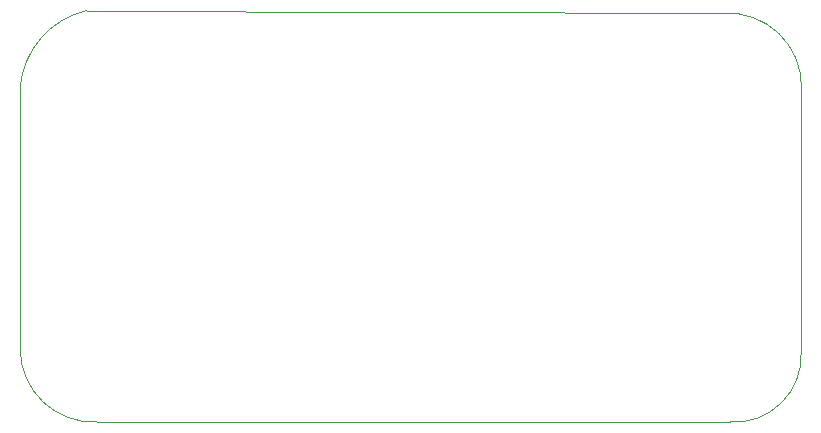
<source format=gbr>
%TF.GenerationSoftware,KiCad,Pcbnew,(6.0.1-0)*%
%TF.CreationDate,2022-08-29T12:54:47-04:00*%
%TF.ProjectId,Practice PCB,50726163-7469-4636-9520-5043422e6b69,rev?*%
%TF.SameCoordinates,Original*%
%TF.FileFunction,Profile,NP*%
%FSLAX46Y46*%
G04 Gerber Fmt 4.6, Leading zero omitted, Abs format (unit mm)*
G04 Created by KiCad (PCBNEW (6.0.1-0)) date 2022-08-29 12:54:47*
%MOMM*%
%LPD*%
G01*
G04 APERTURE LIST*
%TA.AperFunction,Profile*%
%ADD10C,0.100000*%
%TD*%
G04 APERTURE END LIST*
D10*
X42094005Y-38474558D02*
X96118189Y-38694006D01*
X102625443Y-44894005D02*
G75*
G03*
X96118189Y-38694006I-6207254J-1D01*
G01*
X42981811Y-73305994D02*
X96600000Y-73305994D01*
X96600000Y-73305994D02*
G75*
G03*
X102599999Y-67400000I361802J5633186D01*
G01*
X36474558Y-67105995D02*
X36474558Y-45000000D01*
X36474557Y-67105995D02*
G75*
G03*
X42981811Y-73305994I6207254J1D01*
G01*
X42094005Y-38474558D02*
G75*
G03*
X36474558Y-45000000I1661551J-7113202D01*
G01*
X102625442Y-44894005D02*
X102599999Y-67400000D01*
M02*

</source>
